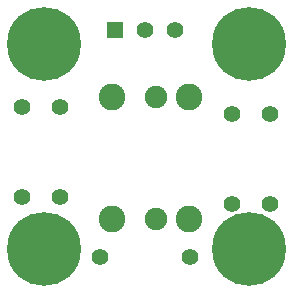
<source format=gbl>
G04 (created by PCBNEW-RS274X (2012-01-19 BZR 3256)-stable) date 6/12/2012 4:59:18 PM*
G01*
G70*
G90*
%MOIN*%
G04 Gerber Fmt 3.4, Leading zero omitted, Abs format*
%FSLAX34Y34*%
G04 APERTURE LIST*
%ADD10C,0.006000*%
%ADD11C,0.055000*%
%ADD12C,0.089000*%
%ADD13C,0.075200*%
%ADD14C,0.246100*%
%ADD15R,0.055000X0.055000*%
G04 APERTURE END LIST*
G54D10*
G54D11*
X41850Y-46425D03*
X41850Y-43425D03*
X43180Y-48430D03*
X46180Y-48430D03*
X47600Y-46675D03*
X47600Y-43675D03*
X40600Y-46425D03*
X40600Y-43425D03*
X48850Y-46675D03*
X48850Y-43675D03*
G54D12*
X43600Y-47175D03*
G54D13*
X45057Y-47175D03*
G54D12*
X46159Y-47175D03*
X46159Y-43120D03*
G54D13*
X45057Y-43120D03*
G54D12*
X43600Y-43120D03*
G54D14*
X48175Y-41325D03*
X41325Y-41325D03*
X41325Y-48175D03*
X48175Y-48175D03*
G54D15*
X43700Y-40880D03*
G54D11*
X44700Y-40880D03*
X45700Y-40880D03*
M02*

</source>
